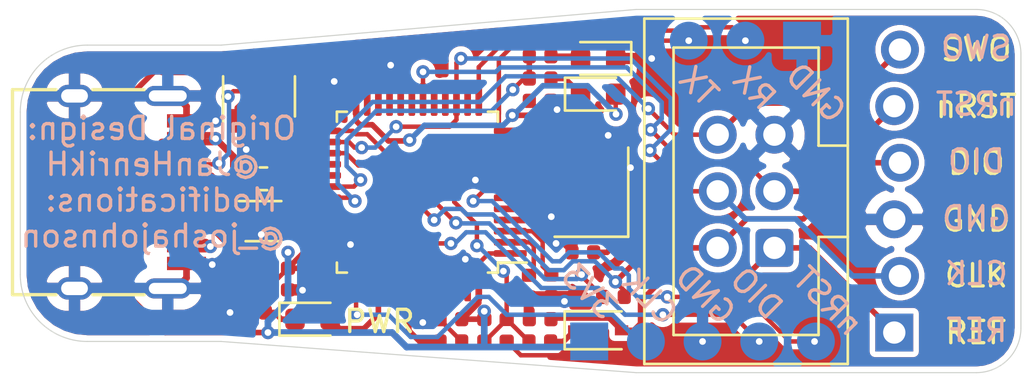
<source format=kicad_pcb>
(kicad_pcb (version 20171130) (host pcbnew 5.1.6-c6e7f7d~86~ubuntu20.04.1)
  (layers (0 F.Cu signal) (31 B.Cu signal) (34 B.Paste user) (35 F.Paste user) (36 B.SilkS user) (37 F.SilkS user) (38 B.Mask user) (39 F.Mask user) (44 Edge.Cuts user))
  (net 0 "")
  (net 1 GND)
  (net 2 VBUS)
  (net 3 "Net-(D1-Pad1)")
  (net 4 "Net-(J1-PadB5)")
  (net 5 "Net-(J1-PadA5)")
  (net 6 +3V3)
  (net 7 "Net-(D3-Pad1)")
  (net 8 "Net-(C3-Pad2)")
  (net 9 "Net-(C4-Pad1)")
  (net 10 /STM_nRST)
  (net 11 "Net-(D2-Pad2)")
  (net 12 /V_REF)
  (net 13 "Net-(D4-Pad1)")
  (net 14 "Net-(F1-Pad2)")
  (net 15 /USB_D+)
  (net 16 /USB_D-)
  (net 17 /T_SWO)
  (net 18 /T_JTCK)
  (net 19 /T_JTMS)
  (net 20 /T_nRST)
  (net 21 /STM_JTMS)
  (net 22 /STM_JTCK)
  (net 23 /STLINK_RX)
  (net 24 /STLINK_TX)
  (net 25 /LED_STLINK)
  (net 26 /A_IN)
  (net 27 /T_SWDIO_IN)
  (net 28 "Net-(R9-Pad1)")
  (net 29 "Net-(R10-Pad1)")
  (net 30 "Net-(R11-Pad1)")
  (net 31 /D+)
  (net 32 /D-)
  (module Package_TO_SOT_SMD:SOT-666 (layer F.Cu) (at 110.4 55.6)
    (fp_text reference U1 hide)
    (fp_text value USBLC6-2P6)
    (pad 6 smd rect (at 0.85 -0.5375) (size 0.5 0.375) (layers F.Cu F.Paste F.Mask) (net 32 /D-))
    (pad 4 smd rect (at 0.85 0.5375) (size 0.5 0.375) (layers F.Cu F.Paste F.Mask) (net 31 /D+))
    (pad 2 smd rect (at -0.925 0) (size 0.65 0.3) (layers F.Cu F.Paste F.Mask) (net 1 GND))
    (pad 5 smd rect (at 0.925 0) (size 0.65 0.3) (layers F.Cu F.Paste F.Mask) (net 2 VBUS))
    (pad 3 smd rect (at -0.85 0.5375) (size 0.5 0.375) (layers F.Cu F.Paste F.Mask) (net 15 /USB_D+))
    (pad 1 smd rect (at -0.85 -0.5375) (size 0.5 0.375) (layers F.Cu F.Paste F.Mask) (net 16 /USB_D-))
  )
  (module Fuse:Fuse_0603_1608Metric (layer F.Cu) (at 110.4 53.7 180)
    (fp_text reference F1 hide)
    (fp_text value 500mA)
    (pad 2 smd roundrect (at 0.7875 0 180) (size 0.875 0.95) (layers F.Cu F.Paste F.Mask) (net 14 "Net-(F1-Pad2)"))
    (pad 1 smd roundrect (at -0.7875 0 180) (size 0.875 0.95) (layers F.Cu F.Paste F.Mask) (net 2 VBUS))
  )
  (module Connector_IDC:IDC-Header_2x03_P2.54mm_Vertical (layer F.Cu) (at 133.3 56.8 180)
    (fp_text reference J2 hide)
    (fp_text value Tag-Connect)
    (pad 6 thru_hole circle (at 2.54 5.08 180) (size 1.7 1.7) (drill 1) (layers *.Cu *.Mask) (net 17 /T_SWO))
    (pad 4 thru_hole circle (at 2.54 2.54 180) (size 1.7 1.7) (drill 1) (layers *.Cu *.Mask) (net 18 /T_JTCK))
    (pad 2 thru_hole circle (at 2.54 0 180) (size 1.7 1.7) (drill 1) (layers *.Cu *.Mask) (net 19 /T_JTMS))
    (pad 5 thru_hole circle (at 0 5.08 180) (size 1.7 1.7) (drill 1) (layers *.Cu *.Mask) (net 1 GND))
    (pad 3 thru_hole circle (at 0 2.54 180) (size 1.7 1.7) (drill 1) (layers *.Cu *.Mask) (net 20 /T_nRST))
    (pad 1 thru_hole roundrect (at 0 0 180) (size 1.7 1.7) (drill 1) (layers *.Cu *.Mask) (roundrect_rratio 0.147059) (net 12 /V_REF))
  )
  (module Crystal:Crystal_SMD_3225-4Pin_3.2x2.5mm (layer F.Cu) (at 125.1 54.3 90)
    (fp_text reference Y1 hide)
    (fp_text value 8Mhz)
    (pad 4 smd rect (at -1.1 -0.85 90) (size 1.4 1.2) (layers F.Cu F.Paste F.Mask) (net 1 GND))
    (pad 3 smd rect (at 1.1 -0.85 90) (size 1.4 1.2) (layers F.Cu F.Paste F.Mask) (net 9 "Net-(C4-Pad1)"))
    (pad 2 smd rect (at 1.1 0.85 90) (size 1.4 1.2) (layers F.Cu F.Paste F.Mask) (net 1 GND))
    (pad 1 smd rect (at -1.1 0.85 90) (size 1.4 1.2) (layers F.Cu F.Paste F.Mask) (net 8 "Net-(C3-Pad2)"))
  )
  (module Package_QFP:LQFP-48_7x7mm_P0.5mm (layer F.Cu) (at 117.3 54.3 180)
    (fp_text reference U3 hide)
    (fp_text value STM32F103CBTx)
    (pad 48 smd roundrect (at -2.75 -4.1625 180) (size 0.3 1.475) (layers F.Cu F.Paste F.Mask) (net 6 +3V3))
    (pad 47 smd roundrect (at -2.25 -4.1625 180) (size 0.3 1.475) (layers F.Cu F.Paste F.Mask) (net 1 GND))
    (pad 46 smd roundrect (at -1.75 -4.1625 180) (size 0.3 1.475) (layers F.Cu F.Paste F.Mask))
    (pad 45 smd roundrect (at -1.25 -4.1625 180) (size 0.3 1.475) (layers F.Cu F.Paste F.Mask))
    (pad 44 smd roundrect (at -0.75 -4.1625 180) (size 0.3 1.475) (layers F.Cu F.Paste F.Mask) (net 30 "Net-(R11-Pad1)"))
    (pad 43 smd roundrect (at -0.25 -4.1625 180) (size 0.3 1.475) (layers F.Cu F.Paste F.Mask))
    (pad 42 smd roundrect (at 0.25 -4.1625 180) (size 0.3 1.475) (layers F.Cu F.Paste F.Mask))
    (pad 41 smd roundrect (at 0.75 -4.1625 180) (size 0.3 1.475) (layers F.Cu F.Paste F.Mask))
    (pad 40 smd roundrect (at 1.25 -4.1625 180) (size 0.3 1.475) (layers F.Cu F.Paste F.Mask))
    (pad 39 smd roundrect (at 1.75 -4.1625 180) (size 0.3 1.475) (layers F.Cu F.Paste F.Mask) (net 6 +3V3))
    (pad 38 smd roundrect (at 2.25 -4.1625 180) (size 0.3 1.475) (layers F.Cu F.Paste F.Mask))
    (pad 37 smd roundrect (at 2.75 -4.1625 180) (size 0.3 1.475) (layers F.Cu F.Paste F.Mask) (net 22 /STM_JTCK))
    (pad 36 smd roundrect (at 4.1625 -2.75 180) (size 1.475 0.3) (layers F.Cu F.Paste F.Mask) (net 6 +3V3))
    (pad 35 smd roundrect (at 4.1625 -2.25 180) (size 1.475 0.3) (layers F.Cu F.Paste F.Mask) (net 1 GND))
    (pad 34 smd roundrect (at 4.1625 -1.75 180) (size 1.475 0.3) (layers F.Cu F.Paste F.Mask) (net 21 /STM_JTMS))
    (pad 33 smd roundrect (at 4.1625 -1.25 180) (size 1.475 0.3) (layers F.Cu F.Paste F.Mask) (net 31 /D+))
    (pad 32 smd roundrect (at 4.1625 -0.75 180) (size 1.475 0.3) (layers F.Cu F.Paste F.Mask) (net 32 /D-))
    (pad 31 smd roundrect (at 4.1625 -0.25 180) (size 1.475 0.3) (layers F.Cu F.Paste F.Mask) (net 17 /T_SWO))
    (pad 30 smd roundrect (at 4.1625 0.25 180) (size 1.475 0.3) (layers F.Cu F.Paste F.Mask) (net 25 /LED_STLINK))
    (pad 29 smd roundrect (at 4.1625 0.75 180) (size 1.475 0.3) (layers F.Cu F.Paste F.Mask))
    (pad 28 smd roundrect (at 4.1625 1.25 180) (size 1.475 0.3) (layers F.Cu F.Paste F.Mask))
    (pad 27 smd roundrect (at 4.1625 1.75 180) (size 1.475 0.3) (layers F.Cu F.Paste F.Mask) (net 19 /T_JTMS))
    (pad 26 smd roundrect (at 4.1625 2.25 180) (size 1.475 0.3) (layers F.Cu F.Paste F.Mask) (net 18 /T_JTCK))
    (pad 25 smd roundrect (at 4.1625 2.75 180) (size 1.475 0.3) (layers F.Cu F.Paste F.Mask) (net 27 /T_SWDIO_IN))
    (pad 24 smd roundrect (at 2.75 4.1625 180) (size 0.3 1.475) (layers F.Cu F.Paste F.Mask) (net 6 +3V3))
    (pad 23 smd roundrect (at 2.25 4.1625 180) (size 0.3 1.475) (layers F.Cu F.Paste F.Mask) (net 1 GND))
    (pad 22 smd roundrect (at 1.75 4.1625 180) (size 0.3 1.475) (layers F.Cu F.Paste F.Mask))
    (pad 21 smd roundrect (at 1.25 4.1625 180) (size 0.3 1.475) (layers F.Cu F.Paste F.Mask))
    (pad 20 smd roundrect (at 0.75 4.1625 180) (size 0.3 1.475) (layers F.Cu F.Paste F.Mask) (net 1 GND))
    (pad 19 smd roundrect (at 0.25 4.1625 180) (size 0.3 1.475) (layers F.Cu F.Paste F.Mask))
    (pad 18 smd roundrect (at -0.25 4.1625 180) (size 0.3 1.475) (layers F.Cu F.Paste F.Mask) (net 20 /T_nRST))
    (pad 17 smd roundrect (at -0.75 4.1625 180) (size 0.3 1.475) (layers F.Cu F.Paste F.Mask))
    (pad 16 smd roundrect (at -1.25 4.1625 180) (size 0.3 1.475) (layers F.Cu F.Paste F.Mask))
    (pad 15 smd roundrect (at -1.75 4.1625 180) (size 0.3 1.475) (layers F.Cu F.Paste F.Mask) (net 18 /T_JTCK))
    (pad 14 smd roundrect (at -2.25 4.1625 180) (size 0.3 1.475) (layers F.Cu F.Paste F.Mask))
    (pad 13 smd roundrect (at -2.75 4.1625 180) (size 0.3 1.475) (layers F.Cu F.Paste F.Mask) (net 23 /STLINK_RX))
    (pad 12 smd roundrect (at -4.1625 2.75 180) (size 1.475 0.3) (layers F.Cu F.Paste F.Mask) (net 24 /STLINK_TX))
    (pad 11 smd roundrect (at -4.1625 2.25 180) (size 1.475 0.3) (layers F.Cu F.Paste F.Mask))
    (pad 10 smd roundrect (at -4.1625 1.75 180) (size 1.475 0.3) (layers F.Cu F.Paste F.Mask) (net 26 /A_IN))
    (pad 9 smd roundrect (at -4.1625 1.25 180) (size 1.475 0.3) (layers F.Cu F.Paste F.Mask) (net 6 +3V3))
    (pad 8 smd roundrect (at -4.1625 0.75 180) (size 1.475 0.3) (layers F.Cu F.Paste F.Mask) (net 1 GND))
    (pad 7 smd roundrect (at -4.1625 0.25 180) (size 1.475 0.3) (layers F.Cu F.Paste F.Mask) (net 10 /STM_nRST))
    (pad 6 smd roundrect (at -4.1625 -0.25 180) (size 1.475 0.3) (layers F.Cu F.Paste F.Mask) (net 9 "Net-(C4-Pad1)"))
    (pad 5 smd roundrect (at -4.1625 -0.75 180) (size 1.475 0.3) (layers F.Cu F.Paste F.Mask) (net 8 "Net-(C3-Pad2)"))
    (pad 4 smd roundrect (at -4.1625 -1.25 180) (size 1.475 0.3) (layers F.Cu F.Paste F.Mask))
    (pad 3 smd roundrect (at -4.1625 -1.75 180) (size 1.475 0.3) (layers F.Cu F.Paste F.Mask) (net 29 "Net-(R10-Pad1)"))
    (pad 2 smd roundrect (at -4.1625 -2.25 180) (size 1.475 0.3) (layers F.Cu F.Paste F.Mask) (net 28 "Net-(R9-Pad1)"))
    (pad 1 smd roundrect (at -4.1625 -2.75 180) (size 1.475 0.3) (layers F.Cu F.Paste F.Mask) (net 6 +3V3))
  )
  (module Package_TO_SOT_SMD:SOT-23-5 (layer F.Cu) (at 110.2 50 90)
    (fp_text reference U2 hide)
    (fp_text value AP2112K-3.3)
    (pad 5 smd rect (at 1.1 -0.95 90) (size 1.06 0.65) (layers F.Cu F.Paste F.Mask) (net 6 +3V3))
    (pad 4 smd rect (at 1.1 0.95 90) (size 1.06 0.65) (layers F.Cu F.Paste F.Mask))
    (pad 3 smd rect (at -1.1 0.95 90) (size 1.06 0.65) (layers F.Cu F.Paste F.Mask) (net 2 VBUS))
    (pad 2 smd rect (at -1.1 0 90) (size 1.06 0.65) (layers F.Cu F.Paste F.Mask) (net 1 GND))
    (pad 1 smd rect (at -1.1 -0.95 90) (size 1.06 0.65) (layers F.Cu F.Paste F.Mask) (net 2 VBUS))
  )
  (module Resistor_SMD:R_0402_1005Metric (layer F.Cu) (at 110.5 58.2 90)
    (fp_text reference R14 hide)
    (fp_text value 1K5)
    (pad 2 smd roundrect (at 0.485 0 90) (size 0.59 0.64) (layers F.Cu F.Paste F.Mask) (net 31 /D+))
    (pad 1 smd roundrect (at -0.485 0 90) (size 0.59 0.64) (layers F.Cu F.Paste F.Mask) (net 6 +3V3))
  )
  (module Resistor_SMD:R_0402_1005Metric (layer F.Cu) (at 121.3 60.5 270)
    (fp_text reference R13 hide)
    (fp_text value 5K1)
    (pad 2 smd roundrect (at 0.485 0 270) (size 0.59 0.64) (layers F.Cu F.Paste F.Mask) (net 1 GND))
    (pad 1 smd roundrect (at -0.485 0 270) (size 0.59 0.64) (layers F.Cu F.Paste F.Mask) (net 26 /A_IN))
  )
  (module Resistor_SMD:R_0402_1005Metric (layer F.Cu) (at 120.3 60.5 270)
    (fp_text reference R12 hide)
    (fp_text value 5K1)
    (pad 2 smd roundrect (at 0.485 0 270) (size 0.59 0.64) (layers F.Cu F.Paste F.Mask) (net 26 /A_IN))
    (pad 1 smd roundrect (at -0.485 0 270) (size 0.59 0.64) (layers F.Cu F.Paste F.Mask) (net 6 +3V3))
  )
  (module Resistor_SMD:R_0402_1005Metric (layer F.Cu) (at 118.8 61)
    (fp_text reference R11 hide)
    (fp_text value 5K1)
    (pad 2 smd roundrect (at 0.485 0) (size 0.59 0.64) (layers F.Cu F.Paste F.Mask) (net 1 GND))
    (pad 1 smd roundrect (at -0.485 0) (size 0.59 0.64) (layers F.Cu F.Paste F.Mask) (net 30 "Net-(R11-Pad1)"))
  )
  (module Resistor_SMD:R_0402_1005Metric (layer F.Cu) (at 123.3 58.5 270)
    (fp_text reference R10 hide)
    (fp_text value 5K1)
    (pad 2 smd roundrect (at 0.485 0 270) (size 0.59 0.64) (layers F.Cu F.Paste F.Mask) (net 1 GND))
    (pad 1 smd roundrect (at -0.485 0 270) (size 0.59 0.64) (layers F.Cu F.Paste F.Mask) (net 29 "Net-(R10-Pad1)"))
  )
  (module Resistor_SMD:R_0402_1005Metric (layer F.Cu) (at 122.3 58.515 270)
    (fp_text reference R9 hide)
    (fp_text value 5K1)
    (pad 2 smd roundrect (at 0.485 0 270) (size 0.59 0.64) (layers F.Cu F.Paste F.Mask) (net 1 GND))
    (pad 1 smd roundrect (at -0.485 0 270) (size 0.59 0.64) (layers F.Cu F.Paste F.Mask) (net 28 "Net-(R9-Pad1)"))
  )
  (module Resistor_SMD:R_0402_1005Metric (layer F.Cu) (at 126.085 59 180)
    (fp_text reference R8 hide)
    (fp_text value 100R)
    (pad 2 smd roundrect (at 0.485 0 180) (size 0.59 0.64) (layers F.Cu F.Paste F.Mask) (net 27 /T_SWDIO_IN))
    (pad 1 smd roundrect (at -0.485 0 180) (size 0.59 0.64) (layers F.Cu F.Paste F.Mask) (net 19 /T_JTMS))
  )
  (module Resistor_SMD:R_0402_1005Metric (layer F.Cu) (at 110 59.7 180)
    (fp_text reference R7 hide)
    (fp_text value 5K1)
    (pad 2 smd roundrect (at 0.485 0 180) (size 0.59 0.64) (layers F.Cu F.Paste F.Mask) (net 1 GND))
    (pad 1 smd roundrect (at -0.485 0 180) (size 0.59 0.64) (layers F.Cu F.Paste F.Mask) (net 13 "Net-(D4-Pad1)"))
  )
  (module Resistor_SMD:R_0402_1005Metric (layer F.Cu) (at 109.5 58.2 90)
    (fp_text reference R6 hide)
    (fp_text value 5K1)
    (pad 2 smd roundrect (at 0.485 0 90) (size 0.59 0.64) (layers F.Cu F.Paste F.Mask) (net 4 "Net-(J1-PadB5)"))
    (pad 1 smd roundrect (at -0.485 0 90) (size 0.59 0.64) (layers F.Cu F.Paste F.Mask) (net 1 GND))
  )
  (module Resistor_SMD:R_0402_1005Metric (layer F.Cu) (at 113.1 50 180)
    (fp_text reference R5 hide)
    (fp_text value 5K1)
    (pad 2 smd roundrect (at 0.485 0 180) (size 0.59 0.64) (layers F.Cu F.Paste F.Mask) (net 5 "Net-(J1-PadA5)"))
    (pad 1 smd roundrect (at -0.485 0 180) (size 0.59 0.64) (layers F.Cu F.Paste F.Mask) (net 1 GND))
  )
  (module Resistor_SMD:R_0402_1005Metric (layer F.Cu) (at 122.785 61 180)
    (fp_text reference R4 hide)
    (fp_text value 100R)
    (pad 2 smd roundrect (at 0.485 0 180) (size 0.59 0.64) (layers F.Cu F.Paste F.Mask) (net 26 /A_IN))
    (pad 1 smd roundrect (at -0.485 0 180) (size 0.59 0.64) (layers F.Cu F.Paste F.Mask) (net 7 "Net-(D3-Pad1)"))
  )
  (module Resistor_SMD:R_0402_1005Metric (layer F.Cu) (at 122.8 48.2 180)
    (fp_text reference R3 hide)
    (fp_text value 5K1)
    (pad 2 smd roundrect (at 0.485 0 180) (size 0.59 0.64) (layers F.Cu F.Paste F.Mask) (net 25 /LED_STLINK))
    (pad 1 smd roundrect (at -0.485 0 180) (size 0.59 0.64) (layers F.Cu F.Paste F.Mask) (net 11 "Net-(D2-Pad2)"))
  )
  (module Resistor_SMD:R_0402_1005Metric (layer F.Cu) (at 122.8 49.2)
    (fp_text reference R2 hide)
    (fp_text value 5K1)
    (pad 2 smd roundrect (at 0.485 0) (size 0.59 0.64) (layers F.Cu F.Paste F.Mask) (net 3 "Net-(D1-Pad1)"))
    (pad 1 smd roundrect (at -0.485 0) (size 0.59 0.64) (layers F.Cu F.Paste F.Mask) (net 25 /LED_STLINK))
  )
  (module Resistor_SMD:R_0402_1005Metric (layer F.Cu) (at 122.8 60)
    (fp_text reference R1 hide)
    (fp_text value 10K)
    (pad 2 smd roundrect (at 0.485 0) (size 0.59 0.64) (layers F.Cu F.Paste F.Mask) (net 12 /V_REF))
    (pad 1 smd roundrect (at -0.485 0) (size 0.59 0.64) (layers F.Cu F.Paste F.Mask) (net 1 GND))
  )
  (module josh-connectors:UART_3_PIN_SMD_PROG (layer B.Cu) (at 134.54 47.5 90)
    (fp_text reference J5 hide)
    (fp_text value STLINK_UART)
    (pad 3 smd oval (at 0 -5.08 90) (size 1.7 1.7) (layers B.Cu B.Mask) (net 24 /STLINK_TX))
    (pad 2 smd oval (at 0 -2.54 90) (size 1.7 1.7) (layers B.Cu B.Mask) (net 23 /STLINK_RX))
    (pad 1 smd rect (at 0 0 90) (size 1.7 1.7) (layers B.Cu B.Mask) (net 1 GND))
  )
  (module josh-connectors:STM_6_PIN_THT_Staggered (layer F.Cu) (at 138.8 60.6 180)
    (fp_text reference J4 hide)
    (fp_text value OUT)
    (pad 6 thru_hole oval (at -0.127 12.7 180) (size 1.7 1.7) (drill 1) (layers *.Cu *.Mask) (net 17 /T_SWO))
    (pad 5 thru_hole oval (at 0.127 10.16 180) (size 1.7 1.7) (drill 1) (layers *.Cu *.Mask) (net 20 /T_nRST))
    (pad 4 thru_hole oval (at -0.127 7.62 180) (size 1.7 1.7) (drill 1) (layers *.Cu *.Mask) (net 19 /T_JTMS))
    (pad 3 thru_hole oval (at 0.127 5.08 180) (size 1.7 1.7) (drill 1) (layers *.Cu *.Mask) (net 1 GND))
    (pad 2 thru_hole oval (at -0.127 2.54 180) (size 1.7 1.7) (drill 1) (layers *.Cu *.Mask) (net 18 /T_JTCK))
    (pad 1 thru_hole rect (at 0.127 0 180) (size 1.7 1.7) (drill 1) (layers *.Cu *.Mask) (net 12 /V_REF))
  )
  (module josh-connectors:STM_5_PIN_SMD_PROG (layer B.Cu) (at 125 61 270)
    (fp_text reference J3 hide)
    (fp_text value STM_DEBUG)
    (pad 5 smd oval (at 0 -10.16 270) (size 1.7 1.7) (layers B.Cu B.Mask) (net 10 /STM_nRST))
    (pad 4 smd oval (at 0 -7.62 270) (size 1.7 1.7) (layers B.Cu B.Mask) (net 21 /STM_JTMS))
    (pad 3 smd oval (at 0 -5.08 270) (size 1.7 1.7) (layers B.Cu B.Mask) (net 1 GND))
    (pad 2 smd oval (at 0 -2.54 270) (size 1.7 1.7) (layers B.Cu B.Mask) (net 22 /STM_JTCK))
    (pad 1 smd rect (at 0 0 270) (size 1.7 1.7) (layers B.Cu B.Mask) (net 6 +3V3))
  )
  (module josh-connectors:USB_C_U262-161N-4BVC11 (layer F.Cu) (at 103.8 54.3 270)
    (fp_text reference J1 hide)
    (fp_text value USB)
    (pad A12 smd rect (at 3.35 -3.15 270) (size 0.3 1.75) (layers F.Cu F.Paste F.Mask) (net 1 GND) (clearance 0.01))
    (pad B1 smd rect (at 3.05 -3.15 270) (size 0.3 1.75) (layers F.Cu F.Paste F.Mask) (net 1 GND) (clearance 0.01))
    (pad B4 smd rect (at 2.25 -3.15 270) (size 0.3 1.75) (layers F.Cu F.Paste F.Mask) (net 14 "Net-(F1-Pad2)") (clearance 0.01))
    (pad A9 smd rect (at 2.55 -3.15 270) (size 0.3 1.75) (layers F.Cu F.Paste F.Mask) (net 14 "Net-(F1-Pad2)") (clearance 0.01))
    (pad B9 smd rect (at -2.25 -3.15 270) (size 0.3 1.75) (layers F.Cu F.Paste F.Mask) (net 14 "Net-(F1-Pad2)") (clearance 0.01))
    (pad A4 smd rect (at -2.55 -3.15 270) (size 0.3 1.75) (layers F.Cu F.Paste F.Mask) (net 14 "Net-(F1-Pad2)") (clearance 0.01))
    (pad B12 smd rect (at -3.05 -3.15 270) (size 0.3 1.75) (layers F.Cu F.Paste F.Mask) (net 1 GND) (clearance 0.01))
    (pad A1 smd rect (at -3.35 -3.15 270) (size 0.3 1.75) (layers F.Cu F.Paste F.Mask) (net 1 GND) (clearance 0.01))
    (pad A6 smd rect (at -0.25 -3.15 270) (size 0.3 1.75) (layers F.Cu F.Paste F.Mask) (net 15 /USB_D+))
    (pad A5 smd rect (at -1.25 -3.15 270) (size 0.3 1.75) (layers F.Cu F.Paste F.Mask) (net 5 "Net-(J1-PadA5)"))
    (pad B8 smd rect (at -1.75 -3.15 270) (size 0.3 1.75) (layers F.Cu F.Paste F.Mask))
    (pad B7 smd rect (at -0.75 -3.15 270) (size 0.3 1.75) (layers F.Cu F.Paste F.Mask) (net 16 /USB_D-))
    (pad B5 smd rect (at 1.75 -3.15 270) (size 0.3 1.75) (layers F.Cu F.Paste F.Mask) (net 4 "Net-(J1-PadB5)"))
    (pad A8 smd rect (at 1.25 -3.15 270) (size 0.3 1.75) (layers F.Cu F.Paste F.Mask))
    (pad B6 smd rect (at 0.75 -3.15 270) (size 0.3 1.75) (layers F.Cu F.Paste F.Mask) (net 15 /USB_D+))
    (pad A7 smd rect (at 0.25 -3.15 270) (size 0.3 1.75) (layers F.Cu F.Paste F.Mask) (net 16 /USB_D-))
    (pad "" np_thru_hole circle (at 2.89 -1.81 270) (size 0.65 0.65) (drill 0.65) (layers *.Cu *.Mask) (clearance 0.01))
    (pad "" np_thru_hole circle (at -2.89 -1.81 270) (size 0.65 0.65) (drill 0.65) (layers *.Cu *.Mask) (clearance 0.01))
    (pad S1 thru_hole oval (at 4.32 -2.31 270) (size 0.9 2.1) (drill oval 0.5 1.7) (layers *.Cu *.Mask F.Paste) (net 1 GND))
    (pad S1 thru_hole oval (at -4.32 -2.31 270) (size 0.9 2.1) (drill oval 0.5 1.7) (layers *.Cu *.Mask F.Paste) (net 1 GND))
    (pad S1 thru_hole oval (at 4.32 1.87 270) (size 1 1.6) (drill oval 0.6 1.2) (layers *.Cu *.Mask F.Paste) (net 1 GND))
    (pad S1 thru_hole oval (at -4.32 1.87 270) (size 1 1.6) (drill oval 0.6 1.2) (layers *.Cu *.Mask F.Paste) (net 1 GND))
  )
  (module LED_SMD:LED_0603_1608Metric (layer F.Cu) (at 112.6 60)
    (fp_text reference D4 hide)
    (fp_text value PWR)
    (pad 2 smd roundrect (at 0.7875 0) (size 0.875 0.95) (layers F.Cu F.Paste F.Mask) (net 6 +3V3))
    (pad 1 smd roundrect (at -0.7875 0) (size 0.875 0.95) (layers F.Cu F.Paste F.Mask) (net 13 "Net-(D4-Pad1)"))
  )
  (module Diode_SMD:D_SOD-323 (layer F.Cu) (at 125.4 60.5)
    (fp_text reference D3 hide)
    (fp_text value BAT60JFILM)
    (pad 2 smd rect (at 1.05 0) (size 0.6 0.45) (layers F.Cu F.Paste F.Mask) (net 12 /V_REF))
    (pad 1 smd rect (at -1.05 0) (size 0.6 0.45) (layers F.Cu F.Paste F.Mask) (net 7 "Net-(D3-Pad1)"))
  )
  (module LED_SMD:LED_0603_1608Metric (layer F.Cu) (at 125.4 48.3 180)
    (fp_text reference D2 hide)
    (fp_text value RED)
    (pad 2 smd roundrect (at 0.7875 0 180) (size 0.875 0.95) (layers F.Cu F.Paste F.Mask) (net 11 "Net-(D2-Pad2)"))
    (pad 1 smd roundrect (at -0.7875 0 180) (size 0.875 0.95) (layers F.Cu F.Paste F.Mask) (net 1 GND))
  )
  (module LED_SMD:LED_0603_1608Metric (layer F.Cu) (at 125.4 49.9)
    (fp_text reference D1 hide)
    (fp_text value GREEN)
    (pad 2 smd roundrect (at 0.7875 0) (size 0.875 0.95) (layers F.Cu F.Paste F.Mask) (net 6 +3V3))
    (pad 1 smd roundrect (at -0.7875 0) (size 0.875 0.95) (layers F.Cu F.Paste F.Mask) (net 3 "Net-(D1-Pad1)"))
  )
  (module Capacitor_SMD:C_0402_1005Metric (layer F.Cu) (at 115.015 48.6 180)
    (fp_text reference C8 hide)
    (fp_text value 100n)
    (pad 2 smd roundrect (at 0.485 0 180) (size 0.59 0.64) (layers F.Cu F.Paste F.Mask) (net 6 +3V3))
    (pad 1 smd roundrect (at -0.485 0 180) (size 0.59 0.64) (layers F.Cu F.Paste F.Mask) (net 1 GND))
  )
  (module Capacitor_SMD:C_0402_1005Metric (layer F.Cu) (at 111.5 58.2 90)
    (fp_text reference C7 hide)
    (fp_text value 100n)
    (pad 2 smd roundrect (at 0.485 0 90) (size 0.59 0.64) (layers F.Cu F.Paste F.Mask) (net 6 +3V3))
    (pad 1 smd roundrect (at -0.485 0 90) (size 0.59 0.64) (layers F.Cu F.Paste F.Mask) (net 1 GND))
  )
  (module Capacitor_SMD:C_0402_1005Metric (layer F.Cu) (at 118.8 60)
    (fp_text reference C6 hide)
    (fp_text value 100n)
    (pad 2 smd roundrect (at 0.485 0) (size 0.59 0.64) (layers F.Cu F.Paste F.Mask) (net 6 +3V3))
    (pad 1 smd roundrect (at -0.485 0) (size 0.59 0.64) (layers F.Cu F.Paste F.Mask) (net 1 GND))
  )
  (module Capacitor_SMD:C_0402_1005Metric (layer F.Cu) (at 122.8 50.2 180)
    (fp_text reference C5 hide)
    (fp_text value 100n)
    (pad 2 smd roundrect (at 0.485 0 180) (size 0.59 0.64) (layers F.Cu F.Paste F.Mask) (net 10 /STM_nRST))
    (pad 1 smd roundrect (at -0.485 0 180) (size 0.59 0.64) (layers F.Cu F.Paste F.Mask) (net 1 GND))
  )
  (module Capacitor_SMD:C_0402_1005Metric (layer F.Cu) (at 124.7 51.6)
    (fp_text reference C4 hide)
    (fp_text value 22p)
    (pad 2 smd roundrect (at 0.485 0) (size 0.59 0.64) (layers F.Cu F.Paste F.Mask) (net 1 GND))
    (pad 1 smd roundrect (at -0.485 0) (size 0.59 0.64) (layers F.Cu F.Paste F.Mask) (net 9 "Net-(C4-Pad1)"))
  )
  (module Capacitor_SMD:C_0402_1005Metric (layer F.Cu) (at 124.715 57)
    (fp_text reference C3 hide)
    (fp_text value 22p)
    (pad 2 smd roundrect (at 0.485 0) (size 0.59 0.64) (layers F.Cu F.Paste F.Mask) (net 8 "Net-(C3-Pad2)"))
    (pad 1 smd roundrect (at -0.485 0) (size 0.59 0.64) (layers F.Cu F.Paste F.Mask) (net 1 GND))
  )
  (module Capacitor_SMD:C_0402_1005Metric (layer F.Cu) (at 113.085 48.6)
    (fp_text reference C2 hide)
    (fp_text value 1u)
    (pad 2 smd roundrect (at 0.485 0) (size 0.59 0.64) (layers F.Cu F.Paste F.Mask) (net 1 GND))
    (pad 1 smd roundrect (at -0.485 0) (size 0.59 0.64) (layers F.Cu F.Paste F.Mask) (net 6 +3V3))
  )
  (module Capacitor_SMD:C_0402_1005Metric (layer F.Cu) (at 110.7 52.4 180)
    (fp_text reference C1 hide)
    (fp_text value 1u)
    (pad 2 smd roundrect (at 0.485 0 180) (size 0.59 0.64) (layers F.Cu F.Paste F.Mask) (net 1 GND))
    (pad 1 smd roundrect (at -0.485 0 180) (size 0.59 0.64) (layers F.Cu F.Paste F.Mask) (net 2 VBUS))
  )
  (gr_text "Original Design: \n@JanHenrikH\nModifications: \n@_joshajohnson" (at 105.45 53.85) (layer B.SilkS) (effects (font (size 1 1)) (justify mirror)))
  (gr_text RX (at 132.4 49.65 315) (layer B.SilkS) (effects (font (size 1 1)) (justify mirror)))
  (gr_text TX (at 129.9 49.55 315) (layer B.SilkS) (effects (font (size 1 1)) (justify mirror)))
  (gr_text GND (at 135.15 49.85 315) (layer B.SilkS) (effects (font (size 1 1)) (justify mirror)))
  (gr_text 3V3 (at 125 58.75 315) (layer B.SilkS) (effects (font (size 1 1)) (justify mirror)))
  (gr_text CLK (at 127.7 59 315) (layer B.SilkS) (effects (font (size 1 1)) (justify mirror)))
  (gr_text GND (at 130.2 58.9 315) (layer B.SilkS) (effects (font (size 1 1)) (justify mirror)))
  (gr_text DIO (at 132.5 58.85 315) (layer B.SilkS) (effects (font (size 1 1)) (justify mirror)))
  (gr_text nRST (at 135.7 59.2 315) (layer B.SilkS) (effects (font (size 1 1)) (justify mirror)))
  (gr_text DIO (at 142.35 52.9) (layer B.SilkS) (effects (font (size 1 1)) (justify mirror)))
  (gr_text REF (at 142.35 60.5) (layer B.SilkS) (effects (font (size 1 1)) (justify mirror)))
  (gr_text CLK (at 142.35 57.95) (layer B.SilkS) (effects (font (size 1 1)) (justify mirror)))
  (gr_text SWO (at 142.35 47.8) (layer B.SilkS) (effects (font (size 1 1)) (justify mirror)))
  (gr_text nRST (at 142.35 50.35) (layer B.SilkS) (effects (font (size 1 1)) (justify mirror)))
  (gr_text GND (at 142.35 55.45) (layer B.SilkS) (effects (font (size 1 1)) (justify mirror)))
  (gr_text PWR (at 115.6 60.1) (layer F.SilkS) (effects (font (size 1 1))))
  (gr_text DIO (at 142.35 53) (layer F.SilkS) (effects (font (size 1 1))))
  (gr_text nRST (at 142.35 50.45) (layer F.SilkS) (effects (font (size 1 1))))
  (gr_text SWO (at 142.35 47.9) (layer F.SilkS) (effects (font (size 1 1))))
  (gr_text GND (at 142.35 55.55) (layer F.SilkS) (effects (font (size 1 1))))
  (gr_text CLK (at 142.35 58.05) (layer F.SilkS) (effects (font (size 1 1))))
  (gr_text REF (at 142.35 60.6) (layer F.SilkS) (effects (font (size 1 1))))
  (gr_line (start 99.5 50.7) (end 99.5 58) (layer Edge.Cuts) (width 0.05))
  (gr_arc (start 102.5 50.7) (end 102.5 47.7) (angle -90) (layer Edge.Cuts) (width 0.05))
  (gr_line (start 108.5 47.7) (end 102.5 47.7) (layer Edge.Cuts) (width 0.05))
  (gr_line (start 108.5 61) (end 102.5 61) (layer Edge.Cuts) (width 0.05))
  (gr_arc (start 102.5 58) (end 99.5 58) (angle -90) (layer Edge.Cuts) (width 0.05))
  (gr_line (start 127.1 46.1) (end 142.35 46.1) (layer Edge.Cuts) (width 0.05))
  (gr_line (start 108.5 47.7) (end 127.1 46.1) (layer Edge.Cuts) (width 0.05))
  (gr_line (start 127.1 62.4) (end 108.5 61) (layer Edge.Cuts) (width 0.05))
  (gr_line (start 142.35 62.4) (end 127.1 62.4) (layer Edge.Cuts) (width 0.05))
  (gr_line (start 144.35 60.4) (end 144.35 48.1) (layer Edge.Cuts) (width 0.05))
  (gr_arc (start 142.35 60.4) (end 142.35 62.4) (angle -90) (layer Edge.Cuts) (width 0.05))
  (gr_arc (start 142.35 48.1) (end 144.35 48.1) (angle -90) (layer Edge.Cuts) (width 0.05))
  (segment (start 106.95 50.95) (end 106.95 51.25) (width 0.2) (layer F.Cu) (net 1))
  (segment (start 106.95 57.35) (end 106.95 57.65) (width 0.2) (layer F.Cu) (net 1))
  (segment (start 110.2 52.385) (end 110.215 52.4) (width 0.3) (layer F.Cu) (net 1))
  (segment (start 110.2 51.1) (end 110.2 52.385) (width 0.3) (layer F.Cu) (net 1))
  (via (at 109.625842 52.386468) (size 0.6) (drill 0.3) (layers F.Cu B.Cu) (net 1))
  (segment (start 109.639374 52.4) (end 109.625842 52.386468) (width 0.3) (layer F.Cu) (net 1))
  (segment (start 110.215 52.4) (end 109.639374 52.4) (width 0.3) (layer F.Cu) (net 1))
  (segment (start 113.57 49.985) (end 113.585 50) (width 0.3) (layer F.Cu) (net 1))
  (segment (start 113.57 48.6) (end 113.57 49.33) (width 0.3) (layer F.Cu) (net 1))
  (segment (start 113.57 49.33) (end 113.57 49.985) (width 0.3) (layer F.Cu) (net 1))
  (via (at 113.57 49.33) (size 0.6) (drill 0.3) (layers F.Cu B.Cu) (net 1))
  (via (at 116.1 48.6) (size 0.6) (drill 0.3) (layers F.Cu B.Cu) (net 1))
  (segment (start 115.5 48.6) (end 116.1 48.6) (width 0.3) (layer F.Cu) (net 1))
  (segment (start 115.05 49.334298) (end 115.05 50.1375) (width 0.25) (layer F.Cu) (net 1))
  (segment (start 115.5 48.884298) (end 115.05 49.334298) (width 0.25) (layer F.Cu) (net 1))
  (segment (start 115.5 48.6) (end 115.5 48.884298) (width 0.25) (layer F.Cu) (net 1))
  (segment (start 116.55 49.05) (end 116.1 48.6) (width 0.25) (layer F.Cu) (net 1))
  (segment (start 116.55 50.1375) (end 116.55 49.05) (width 0.25) (layer F.Cu) (net 1))
  (segment (start 109.5 59.685) (end 109.515 59.7) (width 0.25) (layer F.Cu) (net 1))
  (segment (start 109.5 58.685) (end 109.5 59.685) (width 0.25) (layer F.Cu) (net 1))
  (segment (start 107.000001 57.400001) (end 107.150296 57.550296) (width 0.4) (layer F.Cu) (net 1))
  (segment (start 109.5 58.685) (end 109.238232 58.685) (width 0.25) (layer F.Cu) (net 1))
  (segment (start 107.150296 57.550296) (end 108.103528 57.550296) (width 0.4) (layer F.Cu) (net 1))
  (segment (start 109.238232 58.685) (end 108.103528 57.550296) (width 0.25) (layer F.Cu) (net 1))
  (via (at 108.103528 57.550296) (size 0.6) (drill 0.3) (layers F.Cu B.Cu) (net 1))
  (via (at 110.300002 56.2) (size 0.6) (drill 0.3) (layers F.Cu B.Cu) (net 1))
  (segment (start 110.300002 55.850002) (end 110.300002 56.2) (width 0.25) (layer F.Cu) (net 1))
  (segment (start 110.05 55.6) (end 110.300002 55.850002) (width 0.25) (layer F.Cu) (net 1))
  (segment (start 109.475 55.6) (end 110.05 55.6) (width 0.25) (layer F.Cu) (net 1))
  (segment (start 121.315 60) (end 121.3 60.015) (width 0.25) (layer F.Cu) (net 26))
  (segment (start 122.315 59.015) (end 122.3 59) (width 0.25) (layer F.Cu) (net 1))
  (segment (start 122.315 60) (end 122.315 59.015) (width 0.25) (layer F.Cu) (net 1))
  (segment (start 122.315 58.985) (end 122.3 59) (width 0.25) (layer F.Cu) (net 1))
  (segment (start 123.3 58.985) (end 122.315 58.985) (width 0.25) (layer F.Cu) (net 1))
  (segment (start 118.315 60.03) (end 119.285 61) (width 0.2) (layer F.Cu) (net 1))
  (segment (start 118.315 60) (end 118.315 60.03) (width 0.2) (layer F.Cu) (net 1))
  (segment (start 124.23 55.42) (end 124.25 55.4) (width 0.25) (layer F.Cu) (net 1))
  (segment (start 124.23 57) (end 124.23 55.42) (width 0.25) (layer F.Cu) (net 1))
  (via (at 108.255432 51.1) (size 0.6) (drill 0.3) (layers F.Cu B.Cu) (net 1))
  (segment (start 107.1 51.1) (end 108.255432 51.1) (width 0.4) (layer F.Cu) (net 1))
  (segment (start 112.13501 58.685) (end 112.15001 58.7) (width 0.25) (layer F.Cu) (net 1))
  (via (at 112.15001 58.7) (size 0.6) (drill 0.3) (layers F.Cu B.Cu) (net 1))
  (segment (start 111.5 58.685) (end 112.13501 58.685) (width 0.25) (layer F.Cu) (net 1))
  (via (at 108.900012 59.7) (size 0.6) (drill 0.3) (layers F.Cu B.Cu) (net 1))
  (segment (start 109.515 59.7) (end 108.900012 59.7) (width 0.25) (layer F.Cu) (net 1))
  (segment (start 106.95 58.15) (end 106.95 57.65) (width 0.3) (layer F.Cu) (net 1))
  (segment (start 106.48 58.62) (end 106.95 58.15) (width 0.3) (layer F.Cu) (net 1))
  (segment (start 106.11 58.62) (end 106.48 58.62) (width 0.3) (layer F.Cu) (net 1))
  (segment (start 106.95 50.45) (end 106.95 50.95) (width 0.3) (layer F.Cu) (net 1))
  (segment (start 106.48 49.98) (end 106.95 50.45) (width 0.3) (layer F.Cu) (net 1))
  (segment (start 106.11 49.98) (end 106.48 49.98) (width 0.3) (layer F.Cu) (net 1))
  (segment (start 118.315 60) (end 117.690718 60) (width 0.25) (layer F.Cu) (net 1))
  (via (at 117.540709 60.150009) (size 0.6) (drill 0.3) (layers F.Cu B.Cu) (net 1))
  (segment (start 117.690718 60) (end 117.540709 60.150009) (width 0.25) (layer F.Cu) (net 1))
  (segment (start 121.3 60.015) (end 121.3 59.870298) (width 0.25) (layer F.Cu) (net 26))
  (segment (start 122.3 59) (end 122.170298 59) (width 0.25) (layer F.Cu) (net 1))
  (segment (start 121.3 60.985) (end 121.215 60.985) (width 0.2) (layer F.Cu) (net 1))
  (segment (start 119.285 61) (end 119.4 61) (width 0.2) (layer F.Cu) (net 1))
  (via (at 130.08 61) (size 0.6) (drill 0.3) (layers F.Cu B.Cu) (net 1))
  (segment (start 129.45999 61.62001) (end 130.08 61) (width 0.2) (layer F.Cu) (net 1))
  (segment (start 121.93501 61.62001) (end 129.45999 61.62001) (width 0.2) (layer F.Cu) (net 1))
  (segment (start 121.3 60.985) (end 121.93501 61.62001) (width 0.2) (layer F.Cu) (net 1))
  (via (at 114.3 56.65001) (size 0.6) (drill 0.3) (layers F.Cu B.Cu) (net 1))
  (segment (start 113.1375 56.55) (end 114.19999 56.55) (width 0.25) (layer F.Cu) (net 1))
  (segment (start 114.19999 56.55) (end 114.3 56.65001) (width 0.25) (layer F.Cu) (net 1))
  (via (at 123.513449 56.59999) (size 0.6) (drill 0.3) (layers F.Cu B.Cu) (net 1))
  (segment (start 123.675553 58.985) (end 123.890596 59.200043) (width 0.25) (layer F.Cu) (net 1))
  (segment (start 123.3 58.985) (end 123.675553 58.985) (width 0.25) (layer F.Cu) (net 1))
  (via (at 123.890596 59.200043) (size 0.6) (drill 0.3) (layers F.Cu B.Cu) (net 1))
  (via (at 127.8 48.3) (size 0.6) (drill 0.3) (layers F.Cu B.Cu) (net 1))
  (segment (start 126.1875 48.3) (end 127.8 48.3) (width 0.25) (layer F.Cu) (net 1))
  (segment (start 121.4625 53.55) (end 120.101457 53.55) (width 0.2) (layer F.Cu) (net 1))
  (via (at 119.446401 57.30854) (size 0.6) (drill 0.3) (layers F.Cu B.Cu) (net 1))
  (segment (start 119.55 57.412139) (end 119.446401 57.30854) (width 0.2) (layer F.Cu) (net 1))
  (segment (start 120.101457 53.55) (end 119.896992 53.754465) (width 0.2) (layer F.Cu) (net 1))
  (segment (start 119.55 58.4625) (end 119.55 57.412139) (width 0.2) (layer F.Cu) (net 1))
  (via (at 119.896992 53.754465) (size 0.6) (drill 0.3) (layers F.Cu B.Cu) (net 1))
  (via (at 123.558349 50.594806) (size 0.6) (drill 0.3) (layers F.Cu B.Cu) (net 1))
  (segment (start 123.285 50.2) (end 123.285 50.321457) (width 0.25) (layer F.Cu) (net 1))
  (segment (start 123.285 50.321457) (end 123.558349 50.594806) (width 0.25) (layer F.Cu) (net 1))
  (segment (start 123.85 56.6) (end 123.513459 56.6) (width 0.25) (layer F.Cu) (net 1))
  (segment (start 123.513459 56.6) (end 123.513449 56.59999) (width 0.25) (layer F.Cu) (net 1))
  (segment (start 124.23 56.98) (end 123.85 56.6) (width 0.25) (layer F.Cu) (net 1))
  (segment (start 124.23 57) (end 124.23 56.98) (width 0.25) (layer F.Cu) (net 1))
  (via (at 123.300035 55.4) (size 0.6) (drill 0.3) (layers F.Cu B.Cu) (net 1))
  (segment (start 124.25 55.4) (end 123.300035 55.4) (width 0.25) (layer F.Cu) (net 1))
  (segment (start 125.95 53.2) (end 126.05 53.3) (width 0.25) (layer F.Cu) (net 1))
  (via (at 126.85 53.2) (size 0.6) (drill 0.3) (layers F.Cu B.Cu) (net 1))
  (segment (start 125.95 53.2) (end 126.85 53.2) (width 0.25) (layer F.Cu) (net 1))
  (via (at 125.850001 51.749999) (size 0.6) (drill 0.3) (layers F.Cu B.Cu) (net 1))
  (segment (start 125.700002 51.6) (end 125.850001 51.749999) (width 0.25) (layer F.Cu) (net 1))
  (segment (start 125.95 51.849998) (end 125.850001 51.749999) (width 0.25) (layer F.Cu) (net 1))
  (segment (start 125.95 53.2) (end 125.95 51.849998) (width 0.25) (layer F.Cu) (net 1))
  (segment (start 125.185 51.6) (end 125.700002 51.6) (width 0.25) (layer F.Cu) (net 1))
  (segment (start 111.1875 52.4025) (end 111.185 52.4) (width 0.3) (layer F.Cu) (net 2))
  (segment (start 111.1875 53.7) (end 111.1875 52.4025) (width 0.3) (layer F.Cu) (net 2))
  (segment (start 111.15 52.365) (end 111.185 52.4) (width 0.3) (layer F.Cu) (net 2))
  (segment (start 111.15 51.1) (end 111.15 52.365) (width 0.3) (layer F.Cu) (net 2))
  (segment (start 109.561002 50.219999) (end 109.25 50.531001) (width 0.3) (layer F.Cu) (net 2))
  (segment (start 110.819999 50.219999) (end 109.561002 50.219999) (width 0.3) (layer F.Cu) (net 2))
  (segment (start 111.15 50.55) (end 110.819999 50.219999) (width 0.3) (layer F.Cu) (net 2))
  (segment (start 109.25 50.531001) (end 109.25 51.1) (width 0.3) (layer F.Cu) (net 2))
  (segment (start 111.15 51.1) (end 111.15 50.55) (width 0.3) (layer F.Cu) (net 2))
  (segment (start 110.6 54.2875) (end 111.1875 53.7) (width 0.25) (layer F.Cu) (net 2))
  (segment (start 110.6 55.45) (end 110.6 54.2875) (width 0.25) (layer F.Cu) (net 2))
  (segment (start 110.75 55.6) (end 110.6 55.45) (width 0.25) (layer F.Cu) (net 2))
  (segment (start 111.325 55.6) (end 110.75 55.6) (width 0.25) (layer F.Cu) (net 2))
  (segment (start 123.9125 49.2) (end 124.6125 49.9) (width 0.25) (layer F.Cu) (net 3))
  (segment (start 123.285 49.2) (end 123.9125 49.2) (width 0.25) (layer F.Cu) (net 3))
  (segment (start 109.5 57.33641) (end 108.21359 56.05) (width 0.25) (layer F.Cu) (net 4))
  (segment (start 108.21359 56.05) (end 106.95 56.05) (width 0.25) (layer F.Cu) (net 4))
  (segment (start 109.5 57.715) (end 109.5 57.33641) (width 0.25) (layer F.Cu) (net 4))
  (segment (start 108.35 53.05) (end 106.95 53.05) (width 0.2) (layer F.Cu) (net 5))
  (via (at 108.4 53) (size 0.6) (drill 0.3) (layers F.Cu B.Cu) (net 5))
  (segment (start 108.4 53) (end 108.35 53.05) (width 0.2) (layer F.Cu) (net 5))
  (via (at 108.809629 50.009625) (size 0.6) (drill 0.3) (layers F.Cu B.Cu) (net 5))
  (segment (start 111.269988 49.769988) (end 109.049266 49.769988) (width 0.2) (layer F.Cu) (net 5))
  (segment (start 108.855433 52.544567) (end 108.855433 50.055429) (width 0.2) (layer B.Cu) (net 5))
  (segment (start 112.615 50) (end 111.5 50) (width 0.2) (layer F.Cu) (net 5))
  (segment (start 108.4 53) (end 108.855433 52.544567) (width 0.2) (layer B.Cu) (net 5))
  (segment (start 111.5 50) (end 111.269988 49.769988) (width 0.2) (layer F.Cu) (net 5))
  (segment (start 109.049266 49.769988) (end 108.809629 50.009625) (width 0.2) (layer F.Cu) (net 5))
  (segment (start 108.855433 50.055429) (end 108.809629 50.009625) (width 0.2) (layer B.Cu) (net 5))
  (segment (start 114.55 48.62) (end 114.53 48.6) (width 0.25) (layer F.Cu) (net 6))
  (segment (start 114.55 50.1375) (end 114.55 48.62) (width 0.25) (layer F.Cu) (net 6))
  (segment (start 112.165 57.05) (end 111.5 57.715) (width 0.25) (layer F.Cu) (net 6))
  (segment (start 113.1375 57.05) (end 112.165 57.05) (width 0.25) (layer F.Cu) (net 6))
  (segment (start 110.53 58.685) (end 111.5 57.715) (width 0.2) (layer F.Cu) (net 6))
  (segment (start 110.5 58.685) (end 110.53 58.685) (width 0.2) (layer F.Cu) (net 6))
  (segment (start 112.185 57.715) (end 112.2 57.7) (width 0.25) (layer F.Cu) (net 6))
  (segment (start 111.5 57.715) (end 112.185 57.715) (width 0.25) (layer F.Cu) (net 6))
  (segment (start 113.3875 58.8875) (end 112.2 57.7) (width 0.25) (layer F.Cu) (net 6))
  (segment (start 113.3875 60) (end 113.3875 58.8875) (width 0.25) (layer F.Cu) (net 6))
  (via (at 110.6 60.6) (size 0.6) (drill 0.3) (layers F.Cu B.Cu) (net 6))
  (segment (start 111.5 57.715) (end 111.5 57) (width 0.25) (layer F.Cu) (net 6))
  (via (at 111.5 57) (size 0.6) (drill 0.3) (layers F.Cu B.Cu) (net 6))
  (segment (start 115.55 58.4625) (end 115.55 59.775002) (width 0.25) (layer F.Cu) (net 6))
  (segment (start 115.55 59.775002) (end 114.900001 60.425001) (width 0.25) (layer F.Cu) (net 6))
  (segment (start 114.900001 60.425001) (end 113.812501 60.425001) (width 0.25) (layer F.Cu) (net 6))
  (segment (start 113.812501 60.425001) (end 113.3875 60) (width 0.25) (layer F.Cu) (net 6))
  (segment (start 111.5 59.2) (end 111.5 57) (width 0.3) (layer B.Cu) (net 6))
  (segment (start 110.6 60.1) (end 111.5 59.2) (width 0.3) (layer B.Cu) (net 6))
  (segment (start 110.6 60.6) (end 110.6 60.1) (width 0.3) (layer B.Cu) (net 6))
  (segment (start 120.285 60) (end 120.3 60.015) (width 0.25) (layer F.Cu) (net 6))
  (segment (start 119.285 60) (end 120.285 60) (width 0.25) (layer F.Cu) (net 6))
  (segment (start 119.315702 60) (end 119.285 60) (width 0.25) (layer F.Cu) (net 6))
  (segment (start 120.05 59.265702) (end 119.315702 60) (width 0.25) (layer F.Cu) (net 6))
  (segment (start 120.05 58.4625) (end 120.05 59.265702) (width 0.25) (layer F.Cu) (net 6))
  (segment (start 121.4625 57.05) (end 120.494454 57.05) (width 0.2) (layer F.Cu) (net 6))
  (segment (start 120.05 57.494454) (end 120.05 58.4625) (width 0.2) (layer F.Cu) (net 6))
  (segment (start 120.494454 57.05) (end 120.05 57.494454) (width 0.2) (layer F.Cu) (net 6))
  (via (at 126.2 50.8) (size 0.6) (drill 0.3) (layers F.Cu B.Cu) (net 6))
  (segment (start 126.1875 50.7875) (end 126.2 50.8) (width 0.2) (layer F.Cu) (net 6))
  (segment (start 126.1875 49.9) (end 126.1875 50.7875) (width 0.2) (layer F.Cu) (net 6))
  (segment (start 120.3 59.648544) (end 120.29517 59.643714) (width 0.25) (layer F.Cu) (net 6))
  (segment (start 120.3 60.015) (end 120.3 59.648544) (width 0.25) (layer F.Cu) (net 6))
  (via (at 120.29517 59.643714) (size 0.6) (drill 0.3) (layers F.Cu B.Cu) (net 6))
  (segment (start 120.3 61.2) (end 120.29517 61.19517) (width 0.3) (layer B.Cu) (net 6))
  (segment (start 120.29517 61.19517) (end 120.29517 59.643714) (width 0.3) (layer B.Cu) (net 6))
  (via (at 116.95 51.961988) (size 0.6) (drill 0.3) (layers F.Cu B.Cu) (net 6))
  (segment (start 126.2 50.8) (end 124.925033 49.525033) (width 0.25) (layer B.Cu) (net 6))
  (segment (start 124.925033 49.525033) (end 122.921435 49.525033) (width 0.25) (layer B.Cu) (net 6))
  (segment (start 116.95 51.961988) (end 117.611988 51.3) (width 0.25) (layer B.Cu) (net 6))
  (segment (start 121.146468 51.3) (end 121.973234 50.473234) (width 0.25) (layer B.Cu) (net 6))
  (segment (start 117.611988 51.3) (end 121.146468 51.3) (width 0.25) (layer B.Cu) (net 6))
  (segment (start 122.921435 49.525033) (end 121.973234 50.473234) (width 0.25) (layer B.Cu) (net 6))
  (via (at 121.55 50.85) (size 0.6) (drill 0.3) (layers F.Cu B.Cu) (net 6))
  (segment (start 122.25 50.85) (end 121.55 50.85) (width 0.25) (layer F.Cu) (net 6))
  (segment (start 122.8 52.8) (end 122.8 51.4) (width 0.25) (layer F.Cu) (net 6))
  (segment (start 122.55 53.05) (end 122.8 52.8) (width 0.25) (layer F.Cu) (net 6))
  (segment (start 122.8 51.4) (end 122.25 50.85) (width 0.25) (layer F.Cu) (net 6))
  (segment (start 121.4625 53.05) (end 122.55 53.05) (width 0.25) (layer F.Cu) (net 6))
  (segment (start 125 61) (end 124.799968 61.200032) (width 0.3) (layer B.Cu) (net 6))
  (segment (start 124.749989 61.250011) (end 125 61) (width 0.3) (layer B.Cu) (net 6))
  (segment (start 116.817939 61.250011) (end 124.749989 61.250011) (width 0.3) (layer B.Cu) (net 6))
  (segment (start 116.813246 61.249657) (end 116.817939 61.250011) (width 0.3) (layer B.Cu) (net 6))
  (segment (start 116.16359 60.6) (end 116.813246 61.249657) (width 0.3) (layer B.Cu) (net 6))
  (segment (start 110.6 60.6) (end 116.16359 60.6) (width 0.3) (layer B.Cu) (net 6))
  (segment (start 112.2 48.6) (end 112.6 48.6) (width 0.3) (layer F.Cu) (net 6))
  (segment (start 111.6 48) (end 112.2 48.6) (width 0.3) (layer F.Cu) (net 6))
  (segment (start 110 48) (end 111.6 48) (width 0.3) (layer F.Cu) (net 6))
  (segment (start 109.25 48.75) (end 110 48) (width 0.3) (layer F.Cu) (net 6))
  (segment (start 109.25 48.9) (end 109.25 48.75) (width 0.3) (layer F.Cu) (net 6))
  (segment (start 114.53 48.33) (end 114.53 48.6) (width 0.3) (layer F.Cu) (net 6))
  (segment (start 114.1 47.9) (end 114.53 48.33) (width 0.3) (layer F.Cu) (net 6))
  (segment (start 112.9 47.9) (end 114.1 47.9) (width 0.3) (layer F.Cu) (net 6))
  (segment (start 112.6 48.2) (end 112.9 47.9) (width 0.3) (layer F.Cu) (net 6))
  (segment (start 112.6 48.6) (end 112.6 48.2) (width 0.3) (layer F.Cu) (net 6))
  (segment (start 115.274988 51.274988) (end 116 52) (width 0.25) (layer F.Cu) (net 6))
  (segment (start 114.724988 51.274988) (end 115.274988 51.274988) (width 0.25) (layer F.Cu) (net 6))
  (segment (start 116 52) (end 116.911988 52) (width 0.25) (layer F.Cu) (net 6))
  (segment (start 114.55 51.1) (end 114.724988 51.274988) (width 0.25) (layer F.Cu) (net 6))
  (segment (start 116.911988 52) (end 116.95 51.961988) (width 0.25) (layer F.Cu) (net 6))
  (segment (start 114.55 50.1375) (end 114.55 51.1) (width 0.25) (layer F.Cu) (net 6))
  (segment (start 110.6 60.6) (end 106 60.6) (width 0.25) (layer F.Cu) (net 6))
  (segment (start 106 60.6) (end 104.2 58.8) (width 0.25) (layer F.Cu) (net 6))
  (segment (start 105.493971 48.9) (end 105.85 48.9) (width 0.25) (layer F.Cu) (net 6))
  (segment (start 104.2 58.8) (end 104.2 50.193971) (width 0.25) (layer F.Cu) (net 6))
  (segment (start 104.2 50.193971) (end 105.493971 48.9) (width 0.25) (layer F.Cu) (net 6))
  (segment (start 105.85 48.9) (end 109.25 48.9) (width 0.3) (layer F.Cu) (net 6))
  (segment (start 123.85 61) (end 123.27 61) (width 0.25) (layer F.Cu) (net 7))
  (segment (start 124.35 60.5) (end 123.85 61) (width 0.25) (layer F.Cu) (net 7))
  (segment (start 125.2 57) (end 125.8 57) (width 0.25) (layer F.Cu) (net 8))
  (segment (start 125.95 56.85) (end 125.95 55.4) (width 0.25) (layer F.Cu) (net 8))
  (segment (start 125.8 57) (end 125.95 56.85) (width 0.25) (layer F.Cu) (net 8))
  (segment (start 122.686411 55.05) (end 121.4625 55.05) (width 0.25) (layer F.Cu) (net 8))
  (segment (start 123.436411 54.3) (end 122.686411 55.05) (width 0.25) (layer F.Cu) (net 8))
  (segment (start 125.8 54.3) (end 123.436411 54.3) (width 0.25) (layer F.Cu) (net 8))
  (segment (start 125.95 54.45) (end 125.8 54.3) (width 0.25) (layer F.Cu) (net 8))
  (segment (start 125.95 55.4) (end 125.95 54.45) (width 0.25) (layer F.Cu) (net 8))
  (segment (start 124.215 53.165) (end 124.25 53.2) (width 0.25) (layer F.Cu) (net 9))
  (segment (start 124.215 51.6) (end 124.215 53.165) (width 0.25) (layer F.Cu) (net 9))
  (segment (start 124.25 53.2) (end 123.9 53.2) (width 0.25) (layer F.Cu) (net 9))
  (segment (start 123.9 53.2) (end 122.55 54.55) (width 0.25) (layer F.Cu) (net 9))
  (segment (start 122.55 54.55) (end 121.4625 54.55) (width 0.25) (layer F.Cu) (net 9))
  (via (at 135.1 61) (size 0.6) (drill 0.3) (layers F.Cu B.Cu) (net 10))
  (segment (start 135.16 61) (end 135.1 61) (width 0.2) (layer B.Cu) (net 10))
  (segment (start 135.1 61) (end 134 61) (width 0.2) (layer F.Cu) (net 10))
  (via (at 128.5 59) (size 0.6) (drill 0.3) (layers F.Cu B.Cu) (net 10))
  (segment (start 132 59) (end 128.5 59) (width 0.2) (layer F.Cu) (net 10))
  (segment (start 134 61) (end 132 59) (width 0.2) (layer F.Cu) (net 10))
  (segment (start 122.230346 54.05) (end 123.25 53.030346) (width 0.2) (layer F.Cu) (net 10))
  (segment (start 121.4625 54.05) (end 122.230346 54.05) (width 0.2) (layer F.Cu) (net 10))
  (segment (start 123.25 51.135) (end 122.315 50.2) (width 0.2) (layer F.Cu) (net 10))
  (segment (start 123.25 53.030346) (end 123.25 51.135) (width 0.2) (layer F.Cu) (net 10))
  (segment (start 120.45 54.05) (end 119.8 54.7) (width 0.2) (layer F.Cu) (net 10))
  (segment (start 121.4625 54.05) (end 120.45 54.05) (width 0.2) (layer F.Cu) (net 10))
  (via (at 119.8 54.7) (size 0.6) (drill 0.3) (layers F.Cu B.Cu) (net 10))
  (segment (start 120.651515 54.7) (end 119.8 54.7) (width 0.2) (layer B.Cu) (net 10))
  (segment (start 124.1 57) (end 123.7 57.4) (width 0.2) (layer B.Cu) (net 10))
  (segment (start 123.7 57.4) (end 123.351515 57.4) (width 0.2) (layer B.Cu) (net 10))
  (segment (start 125.417156 57.000001) (end 124.1 57) (width 0.2) (layer B.Cu) (net 10))
  (segment (start 126.463729 57.724271) (end 126.141425 57.724271) (width 0.2) (layer B.Cu) (net 10))
  (segment (start 126.775729 58.036271) (end 126.463729 57.724271) (width 0.2) (layer B.Cu) (net 10))
  (segment (start 126.141425 57.724271) (end 125.417156 57.000001) (width 0.2) (layer B.Cu) (net 10))
  (segment (start 126.775729 58.625729) (end 126.775729 58.036271) (width 0.2) (layer B.Cu) (net 10))
  (segment (start 123.351515 57.4) (end 120.651515 54.7) (width 0.2) (layer B.Cu) (net 10))
  (segment (start 127.15 59) (end 126.775729 58.625729) (width 0.2) (layer B.Cu) (net 10))
  (segment (start 128.5 59) (end 127.15 59) (width 0.2) (layer B.Cu) (net 10))
  (segment (start 124.5125 48.2) (end 124.6125 48.3) (width 0.25) (layer F.Cu) (net 11))
  (segment (start 123.285 48.2) (end 124.5125 48.2) (width 0.25) (layer F.Cu) (net 11))
  (segment (start 125.899999 59.949999) (end 126.45 60.5) (width 0.25) (layer F.Cu) (net 12))
  (segment (start 123.335001 59.949999) (end 125.899999 59.949999) (width 0.25) (layer F.Cu) (net 12))
  (segment (start 123.285 60) (end 123.335001 59.949999) (width 0.25) (layer F.Cu) (net 12))
  (segment (start 134.873 56.8) (end 138.673 60.6) (width 0.25) (layer F.Cu) (net 12))
  (segment (start 133.3 56.8) (end 134.873 56.8) (width 0.25) (layer F.Cu) (net 12))
  (segment (start 127 60.5) (end 126.45 60.5) (width 0.25) (layer F.Cu) (net 12))
  (segment (start 127.3 60.2) (end 127 60.5) (width 0.25) (layer F.Cu) (net 12))
  (segment (start 127.3 59.2) (end 127.3 60.2) (width 0.25) (layer F.Cu) (net 12))
  (segment (start 128.25 58.25) (end 127.3 59.2) (width 0.25) (layer F.Cu) (net 12))
  (segment (start 131.85 58.25) (end 128.25 58.25) (width 0.25) (layer F.Cu) (net 12))
  (segment (start 133.3 56.8) (end 131.85 58.25) (width 0.25) (layer F.Cu) (net 12))
  (segment (start 110.9 59.7) (end 110.485 59.7) (width 0.25) (layer F.Cu) (net 13))
  (segment (start 111.2 60) (end 110.9 59.7) (width 0.25) (layer F.Cu) (net 13))
  (segment (start 111.8125 60) (end 111.2 60) (width 0.25) (layer F.Cu) (net 13))
  (segment (start 106.95 56.55) (end 106.95 56.85) (width 0.2) (layer F.Cu) (net 14))
  (segment (start 105.85 56.55) (end 106.95 56.55) (width 0.3) (layer F.Cu) (net 14))
  (segment (start 105 55.7) (end 105.85 56.55) (width 0.3) (layer F.Cu) (net 14))
  (segment (start 105 52.9) (end 105 55.7) (width 0.3) (layer F.Cu) (net 14))
  (segment (start 105.85 52.05) (end 105 52.9) (width 0.3) (layer F.Cu) (net 14))
  (segment (start 106.95 52.05) (end 105.85 52.05) (width 0.3) (layer F.Cu) (net 14))
  (segment (start 106.95 56.85) (end 107.90783 56.85) (width 0.3) (layer F.Cu) (net 14))
  (via (at 108.018761 56.739069) (size 0.6) (drill 0.3) (layers F.Cu B.Cu) (net 14))
  (segment (start 107.90783 56.85) (end 108.018761 56.739069) (width 0.3) (layer F.Cu) (net 14))
  (segment (start 106.95 56.55) (end 107.829692 56.55) (width 0.3) (layer F.Cu) (net 14))
  (segment (start 107.829692 56.55) (end 108.018761 56.739069) (width 0.3) (layer F.Cu) (net 14))
  (segment (start 108.105432 51.75) (end 108.255432 51.9) (width 0.3) (layer F.Cu) (net 14))
  (segment (start 108.105432 52.05) (end 108.255432 51.9) (width 0.3) (layer F.Cu) (net 14))
  (segment (start 106.95 52.05) (end 108.105432 52.05) (width 0.3) (layer F.Cu) (net 14))
  (segment (start 109.6125 53.7) (end 109.050001 53.137501) (width 0.3) (layer F.Cu) (net 14))
  (segment (start 109.050001 52.694569) (end 108.255432 51.9) (width 0.3) (layer F.Cu) (net 14))
  (segment (start 106.95 51.75) (end 108.105432 51.75) (width 0.3) (layer F.Cu) (net 14))
  (segment (start 109.050001 53.137501) (end 109.050001 52.694569) (width 0.3) (layer F.Cu) (net 14))
  (via (at 108.255432 51.9) (size 0.6) (drill 0.3) (layers F.Cu B.Cu) (net 14))
  (segment (start 108.15 55.05) (end 106.95 55.05) (width 0.25) (layer F.Cu) (net 15))
  (segment (start 108.4 55.3) (end 108.15 55.05) (width 0.25) (layer F.Cu) (net 15))
  (segment (start 108.4 55.6) (end 108.4 55.3) (width 0.25) (layer F.Cu) (net 15))
  (segment (start 108.9375 56.1375) (end 108.4 55.6) (width 0.25) (layer F.Cu) (net 15))
  (segment (start 109.55 56.1375) (end 108.9375 56.1375) (width 0.25) (layer F.Cu) (net 15))
  (segment (start 105.825 55.05) (end 106.95 55.05) (width 0.25) (layer F.Cu) (net 15))
  (segment (start 105.749999 54.974999) (end 105.825 55.05) (width 0.25) (layer F.Cu) (net 15))
  (segment (start 105.749999 54.125001) (end 105.749999 54.974999) (width 0.25) (layer F.Cu) (net 15))
  (segment (start 105.825 54.05) (end 105.749999 54.125001) (width 0.25) (layer F.Cu) (net 15))
  (segment (start 106.95 54.05) (end 105.825 54.05) (width 0.25) (layer F.Cu) (net 15))
  (segment (start 108.8625 55.0625) (end 108.35 54.55) (width 0.25) (layer F.Cu) (net 16))
  (segment (start 109.55 55.0625) (end 108.8625 55.0625) (width 0.25) (layer F.Cu) (net 16))
  (segment (start 108.15 53.625) (end 108.15 54.55) (width 0.25) (layer F.Cu) (net 16))
  (segment (start 108.075 53.55) (end 108.15 53.625) (width 0.25) (layer F.Cu) (net 16))
  (segment (start 106.95 53.55) (end 108.075 53.55) (width 0.25) (layer F.Cu) (net 16))
  (segment (start 108.15 54.55) (end 106.95 54.55) (width 0.25) (layer F.Cu) (net 16))
  (segment (start 108.35 54.55) (end 108.15 54.55) (width 0.25) (layer F.Cu) (net 16))
  (via (at 114.5 54.7) (size 0.6) (drill 0.3) (layers F.Cu B.Cu) (net 17))
  (segment (start 114.35 54.55) (end 114.5 54.7) (width 0.2) (layer F.Cu) (net 17))
  (segment (start 113.1375 54.55) (end 114.35 54.55) (width 0.2) (layer F.Cu) (net 17))
  (segment (start 130.76 51.56) (end 130.76 51.72) (width 0.2) (layer F.Cu) (net 17))
  (via (at 127.649979 50.55) (size 0.6) (drill 0.3) (layers F.Cu B.Cu) (net 17))
  (segment (start 128.819979 51.72) (end 127.649979 50.55) (width 0.2) (layer F.Cu) (net 17))
  (segment (start 130.76 51.72) (end 128.819979 51.72) (width 0.2) (layer F.Cu) (net 17))
  (segment (start 115.288191 50.25) (end 120.1 50.25) (width 0.2) (layer B.Cu) (net 17))
  (segment (start 126.200001 49.100022) (end 127.649979 50.55) (width 0.2) (layer B.Cu) (net 17))
  (segment (start 121.249978 49.100022) (end 126.200001 49.100022) (width 0.2) (layer B.Cu) (net 17))
  (segment (start 120.1 50.25) (end 121.249978 49.100022) (width 0.2) (layer B.Cu) (net 17))
  (segment (start 113.725293 51.812898) (end 115.288191 50.25) (width 0.2) (layer B.Cu) (net 17))
  (segment (start 113.725293 53.925293) (end 113.725293 51.812898) (width 0.2) (layer B.Cu) (net 17))
  (segment (start 114.5 54.7) (end 113.725293 53.925293) (width 0.2) (layer B.Cu) (net 17))
  (segment (start 136.527 50.3) (end 138.927 47.9) (width 0.25) (layer F.Cu) (net 17))
  (segment (start 132.18 50.3) (end 136.527 50.3) (width 0.25) (layer F.Cu) (net 17))
  (segment (start 130.76 51.72) (end 132.18 50.3) (width 0.25) (layer F.Cu) (net 17))
  (via (at 116.345006 51.361978) (size 0.6) (drill 0.3) (layers F.Cu B.Cu) (net 18))
  (segment (start 129.557919 54.26) (end 127.72129 52.423371) (width 0.2) (layer F.Cu) (net 18))
  (segment (start 130.76 54.26) (end 129.557919 54.26) (width 0.2) (layer F.Cu) (net 18))
  (segment (start 119.05 50.1375) (end 119.05 48.5) (width 0.2) (layer F.Cu) (net 18))
  (via (at 119.25 48.3) (size 0.6) (drill 0.3) (layers F.Cu B.Cu) (net 18))
  (segment (start 119.05 48.5) (end 119.25 48.3) (width 0.2) (layer F.Cu) (net 18))
  (segment (start 136.81 58.06) (end 138.927 58.06) (width 0.25) (layer B.Cu) (net 18))
  (segment (start 134.25 55.5) (end 136.81 58.06) (width 0.25) (layer B.Cu) (net 18))
  (segment (start 132 55.5) (end 134.25 55.5) (width 0.25) (layer B.Cu) (net 18))
  (segment (start 130.76 54.26) (end 132 55.5) (width 0.25) (layer B.Cu) (net 18))
  (via (at 127.72129 52.423371) (size 0.6) (drill 0.3) (layers F.Cu B.Cu) (net 18))
  (segment (start 116.345006 51.361978) (end 115.406984 52.3) (width 0.2) (layer B.Cu) (net 18))
  (segment (start 113.1375 52.05) (end 114.233244 52.05) (width 0.2) (layer F.Cu) (net 18))
  (segment (start 114.483244 52.3) (end 114.8 52.3) (width 0.2) (layer F.Cu) (net 18))
  (segment (start 115.406984 52.3) (end 114.8 52.3) (width 0.2) (layer B.Cu) (net 18))
  (segment (start 114.233244 52.05) (end 114.483244 52.3) (width 0.2) (layer F.Cu) (net 18))
  (via (at 114.8 52.3) (size 0.6) (drill 0.3) (layers F.Cu B.Cu) (net 18))
  (segment (start 118.738022 51.361978) (end 116.345006 51.361978) (width 0.2) (layer F.Cu) (net 18))
  (segment (start 119.05 51.05) (end 118.738022 51.361978) (width 0.2) (layer F.Cu) (net 18))
  (segment (start 119.05 50.1375) (end 119.05 51.05) (width 0.2) (layer F.Cu) (net 18))
  (segment (start 126.85 48.3) (end 128.65 50.1) (width 0.2) (layer B.Cu) (net 18))
  (segment (start 119.25 48.3) (end 126.85 48.3) (width 0.2) (layer B.Cu) (net 18))
  (segment (start 128.65 50.1) (end 128.65 51.494661) (width 0.2) (layer B.Cu) (net 18))
  (segment (start 128.65 51.494661) (end 127.72129 52.423371) (width 0.2) (layer B.Cu) (net 18))
  (segment (start 126.57 58.718544) (end 126.175728 58.324272) (width 0.2) (layer F.Cu) (net 19))
  (segment (start 126.57 59) (end 126.57 58.718544) (width 0.2) (layer F.Cu) (net 19))
  (via (at 126.175728 58.324272) (size 0.6) (drill 0.3) (layers F.Cu B.Cu) (net 19))
  (segment (start 134.6 55.5) (end 132.06 55.5) (width 0.25) (layer F.Cu) (net 19))
  (segment (start 137.12 52.98) (end 134.6 55.5) (width 0.25) (layer F.Cu) (net 19))
  (segment (start 132.06 55.5) (end 130.76 56.8) (width 0.25) (layer F.Cu) (net 19))
  (segment (start 138.927 52.98) (end 137.12 52.98) (width 0.25) (layer F.Cu) (net 19))
  (segment (start 123.185826 57.800011) (end 120.685816 55.300001) (width 0.2) (layer B.Cu) (net 19))
  (segment (start 119.261998 55.05) (end 118.55 55.05) (width 0.2) (layer B.Cu) (net 19))
  (segment (start 120.685816 55.300001) (end 119.511999 55.300001) (width 0.2) (layer B.Cu) (net 19))
  (segment (start 118.55 55.05) (end 118.05 55.55) (width 0.2) (layer B.Cu) (net 19))
  (segment (start 119.511999 55.300001) (end 119.261998 55.05) (width 0.2) (layer B.Cu) (net 19))
  (segment (start 125.251467 57.400011) (end 124.265689 57.400011) (width 0.2) (layer B.Cu) (net 19))
  (segment (start 123.865689 57.800011) (end 123.185826 57.800011) (width 0.2) (layer B.Cu) (net 19))
  (segment (start 113.1375 52.55) (end 114.1 52.55) (width 0.2) (layer F.Cu) (net 19))
  (segment (start 124.265689 57.400011) (end 123.865689 57.800011) (width 0.2) (layer B.Cu) (net 19))
  (segment (start 126.175728 58.324272) (end 125.251467 57.400011) (width 0.2) (layer B.Cu) (net 19))
  (segment (start 114.1 52.55) (end 114.650012 53.100012) (width 0.2) (layer F.Cu) (net 19))
  (segment (start 114.650012 53.100012) (end 115.600012 53.100012) (width 0.2) (layer F.Cu) (net 19))
  (segment (start 115.600012 53.100012) (end 118.05 55.55) (width 0.2) (layer F.Cu) (net 19))
  (via (at 118.05 55.55) (size 0.6) (drill 0.3) (layers F.Cu B.Cu) (net 19))
  (segment (start 127.7 56.8) (end 126.175728 58.324272) (width 0.25) (layer F.Cu) (net 19))
  (segment (start 130.76 56.8) (end 127.7 56.8) (width 0.25) (layer F.Cu) (net 19))
  (segment (start 134.853 54.26) (end 138.673 50.44) (width 0.25) (layer F.Cu) (net 20))
  (segment (start 133.3 54.26) (end 134.853 54.26) (width 0.25) (layer F.Cu) (net 20))
  (via (at 117.55 48.90001) (size 0.6) (drill 0.3) (layers F.Cu B.Cu) (net 20))
  (segment (start 117.55 50.1375) (end 117.55 48.90001) (width 0.2) (layer F.Cu) (net 20))
  (via (at 127.75 51.5) (size 0.6) (drill 0.3) (layers F.Cu B.Cu) (net 20))
  (segment (start 132.04 53) (end 133.3 54.26) (width 0.2) (layer F.Cu) (net 20))
  (segment (start 129.25 53) (end 132.04 53) (width 0.2) (layer F.Cu) (net 20))
  (segment (start 127.75 51.5) (end 129.25 53) (width 0.2) (layer F.Cu) (net 20))
  (segment (start 128.249989 50.265689) (end 126.684311 48.700011) (width 0.2) (layer B.Cu) (net 20))
  (segment (start 120.81569 48.90001) (end 117.55 48.90001) (width 0.2) (layer B.Cu) (net 20))
  (segment (start 128.249989 51.000011) (end 128.249989 50.265689) (width 0.2) (layer B.Cu) (net 20))
  (segment (start 127.75 51.5) (end 128.249989 51.000011) (width 0.2) (layer B.Cu) (net 20))
  (segment (start 126.684311 48.700011) (end 121.015689 48.700011) (width 0.2) (layer B.Cu) (net 20))
  (segment (start 121.015689 48.700011) (end 120.81569 48.90001) (width 0.2) (layer B.Cu) (net 20))
  (via (at 118.8 56.6) (size 0.6) (drill 0.3) (layers F.Cu B.Cu) (net 21))
  (via (at 128.3 59.8) (size 0.6) (drill 0.3) (layers F.Cu B.Cu) (net 21))
  (via (at 132.62 61) (size 0.6) (drill 0.3) (layers F.Cu B.Cu) (net 21))
  (segment (start 131.42 59.8) (end 132.62 61) (width 0.2) (layer F.Cu) (net 21))
  (segment (start 128.3 59.8) (end 131.42 59.8) (width 0.2) (layer F.Cu) (net 21))
  (segment (start 128.3 59.8) (end 126.605702 59.8) (width 0.2) (layer B.Cu) (net 21))
  (segment (start 119.486524 56.100023) (end 118.986547 56.6) (width 0.2) (layer B.Cu) (net 21))
  (segment (start 118.986547 56.6) (end 118.8 56.6) (width 0.2) (layer B.Cu) (net 21))
  (segment (start 126.605702 59.8) (end 125.405735 58.600033) (width 0.2) (layer B.Cu) (net 21))
  (segment (start 125.405735 58.600033) (end 122.854448 58.600033) (width 0.2) (layer B.Cu) (net 21))
  (segment (start 120.354438 56.100023) (end 119.486524 56.100023) (width 0.2) (layer B.Cu) (net 21))
  (segment (start 122.854448 58.600033) (end 120.354438 56.100023) (width 0.2) (layer B.Cu) (net 21))
  (segment (start 117.55 56.05) (end 113.1375 56.05) (width 0.2) (layer F.Cu) (net 21))
  (segment (start 118.1 56.6) (end 117.55 56.05) (width 0.2) (layer F.Cu) (net 21))
  (segment (start 118.8 56.6) (end 118.1 56.6) (width 0.2) (layer F.Cu) (net 21))
  (via (at 114.6 59.8) (size 0.6) (drill 0.3) (layers F.Cu B.Cu) (net 22))
  (segment (start 114.55 59.75) (end 114.55 58.4625) (width 0.2) (layer F.Cu) (net 22))
  (segment (start 114.6 59.8) (end 114.55 59.75) (width 0.2) (layer F.Cu) (net 22))
  (segment (start 127.54 61) (end 127.240002 61) (width 0.2) (layer B.Cu) (net 22))
  (segment (start 116 59.8) (end 114.6 59.8) (width 0.2) (layer B.Cu) (net 22))
  (segment (start 127.240002 61) (end 126.040046 59.800044) (width 0.2) (layer B.Cu) (net 22))
  (segment (start 126.040046 59.800044) (end 121.300044 59.800044) (width 0.2) (layer B.Cu) (net 22))
  (segment (start 117 60.8) (end 116 59.8) (width 0.2) (layer B.Cu) (net 22))
  (segment (start 121.300044 59.800044) (end 120.5 59) (width 0.2) (layer B.Cu) (net 22))
  (segment (start 120.5 59) (end 120 59) (width 0.2) (layer B.Cu) (net 22))
  (segment (start 120 59) (end 118.2 60.8) (width 0.2) (layer B.Cu) (net 22))
  (segment (start 118.2 60.8) (end 117 60.8) (width 0.2) (layer B.Cu) (net 22))
  (via (at 132 47.5) (size 0.6) (drill 0.3) (layers F.Cu B.Cu) (net 23))
  (segment (start 131.4 46.9) (end 132 47.5) (width 0.2) (layer F.Cu) (net 23))
  (segment (start 129.05 46.9) (end 131.4 46.9) (width 0.2) (layer F.Cu) (net 23))
  (segment (start 120.05 48.6843) (end 121.6843 47.05) (width 0.2) (layer F.Cu) (net 23))
  (segment (start 120.05 50.1375) (end 120.05 48.6843) (width 0.2) (layer F.Cu) (net 23))
  (segment (start 121.6843 47.05) (end 128.9 47.05) (width 0.2) (layer F.Cu) (net 23))
  (segment (start 128.9 47.05) (end 129.05 46.9) (width 0.2) (layer F.Cu) (net 23))
  (via (at 129.46 47.5) (size 0.6) (drill 0.3) (layers F.Cu B.Cu) (net 24))
  (segment (start 120.95 51.55) (end 120.949998 51.549998) (width 0.2) (layer F.Cu) (net 24))
  (segment (start 120.949998 51.549998) (end 120.949998 50.150002) (width 0.2) (layer F.Cu) (net 24))
  (segment (start 121.4625 51.55) (end 120.95 51.55) (width 0.2) (layer F.Cu) (net 24))
  (segment (start 120.949998 50.150002) (end 120.949998 50.800002) (width 0.2) (layer F.Cu) (net 24))
  (segment (start 121.8 47.5) (end 129.46 47.5) (width 0.2) (layer F.Cu) (net 24))
  (segment (start 120.949998 50.150002) (end 120.949998 48.350002) (width 0.2) (layer F.Cu) (net 24))
  (segment (start 120.949998 48.350002) (end 121.8 47.5) (width 0.2) (layer F.Cu) (net 24))
  (segment (start 122.315 48.2) (end 122.315 49.2) (width 0.25) (layer F.Cu) (net 25))
  (via (at 114.75 53.75) (size 0.6) (drill 0.3) (layers F.Cu B.Cu) (net 25))
  (segment (start 114.45 54.05) (end 113.1375 54.05) (width 0.2) (layer F.Cu) (net 25))
  (segment (start 114.75 53.75) (end 114.45 54.05) (width 0.2) (layer F.Cu) (net 25))
  (via (at 121.574152 49.700032) (size 0.6) (drill 0.3) (layers F.Cu B.Cu) (net 25))
  (segment (start 114.125304 53.125304) (end 114.125304 51.978587) (width 0.2) (layer B.Cu) (net 25))
  (segment (start 122.074184 49.2) (end 121.574152 49.700032) (width 0.2) (layer F.Cu) (net 25))
  (segment (start 115.45388 50.650011) (end 120.624173 50.650011) (width 0.2) (layer B.Cu) (net 25))
  (segment (start 120.624173 50.650011) (end 121.574152 49.700032) (width 0.2) (layer B.Cu) (net 25))
  (segment (start 114.125304 51.978587) (end 115.45388 50.650011) (width 0.2) (layer B.Cu) (net 25))
  (segment (start 114.75 53.75) (end 114.125304 53.125304) (width 0.2) (layer B.Cu) (net 25))
  (segment (start 122.315 49.2) (end 122.074184 49.2) (width 0.2) (layer F.Cu) (net 25))
  (segment (start 122.285 60.985) (end 122.3 61) (width 0.25) (layer F.Cu) (net 26))
  (segment (start 120.33 60.985) (end 121.3 60.015) (width 0.2) (layer F.Cu) (net 26))
  (segment (start 120.3 60.985) (end 120.33 60.985) (width 0.2) (layer F.Cu) (net 26))
  (segment (start 121.315 60.015) (end 122.3 61) (width 0.2) (layer F.Cu) (net 26))
  (segment (start 121.3 60.015) (end 121.315 60.015) (width 0.2) (layer F.Cu) (net 26))
  (segment (start 121.3 57.991264) (end 121.153446 57.84471) (width 0.2) (layer F.Cu) (net 26))
  (segment (start 121.3 60.015) (end 121.3 57.991264) (width 0.2) (layer F.Cu) (net 26))
  (via (at 121.153446 57.84471) (size 0.6) (drill 0.3) (layers F.Cu B.Cu) (net 26))
  (segment (start 120.008769 56.700033) (end 119.965764 56.700033) (width 0.2) (layer B.Cu) (net 26))
  (via (at 119.965764 56.700033) (size 0.6) (drill 0.3) (layers F.Cu B.Cu) (net 26))
  (segment (start 121.153446 57.84471) (end 120.008769 56.700033) (width 0.2) (layer B.Cu) (net 26))
  (segment (start 119.965764 55.753768) (end 119.965764 56.700033) (width 0.2) (layer F.Cu) (net 26))
  (segment (start 118.95 54.738004) (end 119.965764 55.753768) (width 0.2) (layer F.Cu) (net 26))
  (segment (start 118.95 53.4) (end 118.95 54.738004) (width 0.2) (layer F.Cu) (net 26))
  (segment (start 119.8 52.55) (end 118.95 53.4) (width 0.2) (layer F.Cu) (net 26))
  (segment (start 121.4625 52.55) (end 119.8 52.55) (width 0.2) (layer F.Cu) (net 26))
  (via (at 124.65676 58.000021) (size 0.6) (drill 0.3) (layers F.Cu B.Cu) (net 27))
  (segment (start 124.65676 58.05676) (end 124.65676 58.000021) (width 0.2) (layer F.Cu) (net 27))
  (segment (start 125.6 59) (end 124.65676 58.05676) (width 0.2) (layer F.Cu) (net 27))
  (segment (start 123.020137 58.200022) (end 120.520127 55.700012) (width 0.2) (layer B.Cu) (net 27))
  (segment (start 119.050002 55.700012) (end 119.024267 55.674277) (width 0.2) (layer B.Cu) (net 27))
  (via (at 119.024267 55.674277) (size 0.6) (drill 0.3) (layers F.Cu B.Cu) (net 27))
  (segment (start 120.520127 55.700012) (end 119.050002 55.700012) (width 0.2) (layer B.Cu) (net 27))
  (segment (start 124.65676 58.000021) (end 124.456759 58.200022) (width 0.2) (layer B.Cu) (net 27))
  (segment (start 124.456759 58.200022) (end 123.020137 58.200022) (width 0.2) (layer B.Cu) (net 27))
  (segment (start 115.049989 51.699999) (end 118.349988 54.999998) (width 0.2) (layer F.Cu) (net 27))
  (segment (start 118.349988 54.999998) (end 119.024267 55.674277) (width 0.2) (layer F.Cu) (net 27))
  (segment (start 114.548943 51.699999) (end 115.049989 51.699999) (width 0.2) (layer F.Cu) (net 27))
  (segment (start 114.398944 51.55) (end 114.548943 51.699999) (width 0.2) (layer F.Cu) (net 27))
  (segment (start 113.1375 51.55) (end 114.398944 51.55) (width 0.2) (layer F.Cu) (net 27))
  (segment (start 122.513436 56.713436) (end 122.513436 57.816564) (width 0.2) (layer F.Cu) (net 28))
  (segment (start 122.35 56.55) (end 122.513436 56.713436) (width 0.2) (layer F.Cu) (net 28))
  (segment (start 121.4625 56.55) (end 122.35 56.55) (width 0.2) (layer F.Cu) (net 28))
  (segment (start 122.513436 57.816564) (end 122.3 58.03) (width 0.2) (layer F.Cu) (net 28))
  (segment (start 123.3 58.015) (end 122.913447 57.628447) (width 0.2) (layer F.Cu) (net 29))
  (segment (start 122.45 56.05) (end 121.4625 56.05) (width 0.2) (layer F.Cu) (net 29))
  (segment (start 122.913447 57.628447) (end 122.913447 56.513447) (width 0.2) (layer F.Cu) (net 29))
  (segment (start 122.913447 56.513447) (end 122.45 56.05) (width 0.2) (layer F.Cu) (net 29))
  (segment (start 116.915699 60.515699) (end 117.4 61) (width 0.25) (layer F.Cu) (net 30))
  (segment (start 116.915699 59.749988) (end 116.915699 60.515699) (width 0.25) (layer F.Cu) (net 30))
  (segment (start 117.14068 59.525007) (end 116.915699 59.749988) (width 0.25) (layer F.Cu) (net 30))
  (segment (start 117.790695 59.525007) (end 117.14068 59.525007) (width 0.25) (layer F.Cu) (net 30))
  (segment (start 118.05 59.265702) (end 117.790695 59.525007) (width 0.25) (layer F.Cu) (net 30))
  (segment (start 118.05 58.4625) (end 118.05 59.265702) (width 0.25) (layer F.Cu) (net 30))
  (segment (start 117.4 61) (end 118.315 61) (width 0.25) (layer F.Cu) (net 30))
  (segment (start 112.334298 55.55) (end 113.1375 55.55) (width 0.25) (layer F.Cu) (net 31))
  (segment (start 111.746798 56.1375) (end 112.334298 55.55) (width 0.25) (layer F.Cu) (net 31))
  (segment (start 111.25 56.1375) (end 111.746798 56.1375) (width 0.25) (layer F.Cu) (net 31))
  (segment (start 110.5 57.715) (end 110.5 56.8875) (width 0.25) (layer F.Cu) (net 31))
  (segment (start 110.5 56.8875) (end 111.25 56.1375) (width 0.25) (layer F.Cu) (net 31))
  (segment (start 113.125 55.0625) (end 113.1375 55.05) (width 0.25) (layer F.Cu) (net 32))
  (segment (start 111.25 55.0625) (end 113.125 55.0625) (width 0.25) (layer F.Cu) (net 32))
  (zone (net 1) (net_name GND) (layer B.Cu) (connect_pads (clearance 0.254)) (min_thickness 0.254) (fill yes (arc_segments 32) (thermal_gap 0.508) (thermal_bridge_width 0.508))
    (polygon (pts (xy 144.45 62.5) (xy 99 62.5) (xy 99 46) (xy 144.45 46)))
  )
  (zone (net 1) (net_name GND) (layer F.Cu) (connect_pads (clearance 0.254)) (min_thickness 0.254) (fill yes (arc_segments 32) (thermal_gap 0.508) (thermal_bridge_width 0.508))
    (polygon (pts (xy 144.5 62.5) (xy 99.05 62.5) (xy 99.05 46) (xy 144.5 46)))
  )
)
</source>
